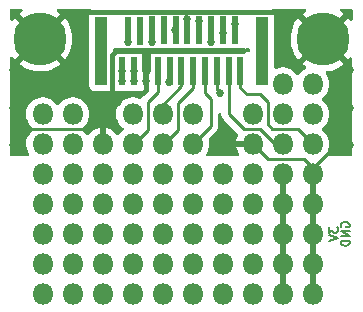
<source format=gbr>
%TF.GenerationSoftware,KiCad,Pcbnew,(6.0.0-0)*%
%TF.CreationDate,2023-03-06T18:33:43-05:00*%
%TF.ProjectId,module_dev2,6d6f6475-6c65-45f6-9465-76322e6b6963,rev?*%
%TF.SameCoordinates,Original*%
%TF.FileFunction,Copper,L2,Bot*%
%TF.FilePolarity,Positive*%
%FSLAX46Y46*%
G04 Gerber Fmt 4.6, Leading zero omitted, Abs format (unit mm)*
G04 Created by KiCad (PCBNEW (6.0.0-0)) date 2023-03-06 18:33:43*
%MOMM*%
%LPD*%
G01*
G04 APERTURE LIST*
%ADD10C,0.152400*%
%TA.AperFunction,NonConductor*%
%ADD11C,0.152400*%
%TD*%
%TA.AperFunction,ComponentPad*%
%ADD12C,4.500000*%
%TD*%
%TA.AperFunction,ComponentPad*%
%ADD13O,1.800000X1.800000*%
%TD*%
%TA.AperFunction,SMDPad,CuDef*%
%ADD14R,1.000000X5.850000*%
%TD*%
%TA.AperFunction,SMDPad,CuDef*%
%ADD15R,0.610000X2.410000*%
%TD*%
%TA.AperFunction,ViaPad*%
%ADD16C,0.685800*%
%TD*%
%TA.AperFunction,Conductor*%
%ADD17C,0.381000*%
%TD*%
%TA.AperFunction,Conductor*%
%ADD18C,0.508000*%
%TD*%
%TA.AperFunction,Conductor*%
%ADD19C,0.254000*%
%TD*%
%TA.AperFunction,Conductor*%
%ADD20C,0.762000*%
%TD*%
%TA.AperFunction,Conductor*%
%ADD21C,0.406400*%
%TD*%
%TA.AperFunction,Conductor*%
%ADD22C,0.127000*%
%TD*%
G04 APERTURE END LIST*
D10*
D11*
X120523000Y-79937428D02*
X120486714Y-79864857D01*
X120486714Y-79756000D01*
X120523000Y-79647142D01*
X120595571Y-79574571D01*
X120668142Y-79538285D01*
X120813285Y-79502000D01*
X120922142Y-79502000D01*
X121067285Y-79538285D01*
X121139857Y-79574571D01*
X121212428Y-79647142D01*
X121248714Y-79756000D01*
X121248714Y-79828571D01*
X121212428Y-79937428D01*
X121176142Y-79973714D01*
X120922142Y-79973714D01*
X120922142Y-79828571D01*
X121248714Y-80300285D02*
X120486714Y-80300285D01*
X121248714Y-80735714D01*
X120486714Y-80735714D01*
X121248714Y-81098571D02*
X120486714Y-81098571D01*
X120486714Y-81280000D01*
X120523000Y-81388857D01*
X120595571Y-81461428D01*
X120668142Y-81497714D01*
X120813285Y-81534000D01*
X120922142Y-81534000D01*
X121067285Y-81497714D01*
X121139857Y-81461428D01*
X121212428Y-81388857D01*
X121248714Y-81280000D01*
X121248714Y-81098571D01*
D10*
D11*
X119470714Y-79937428D02*
X119470714Y-80409142D01*
X119761000Y-80155142D01*
X119761000Y-80264000D01*
X119797285Y-80336571D01*
X119833571Y-80372857D01*
X119906142Y-80409142D01*
X120087571Y-80409142D01*
X120160142Y-80372857D01*
X120196428Y-80336571D01*
X120232714Y-80264000D01*
X120232714Y-80046285D01*
X120196428Y-79973714D01*
X120160142Y-79937428D01*
X119470714Y-80626857D02*
X120232714Y-80880857D01*
X119470714Y-81134857D01*
D12*
%TO.P,H1,1*%
%TO.N,GND*%
X95000000Y-64000000D03*
%TD*%
%TO.P,H2,1*%
%TO.N,GND*%
X119000000Y-64000000D03*
%TD*%
D13*
%TO.P,J24,1*%
%TO.N,/12V*%
X97790000Y-72898000D03*
%TD*%
%TO.P,J25,1*%
%TO.N,GND*%
X100330000Y-72898000D03*
%TD*%
%TO.P,J27,1*%
%TO.N,/A1*%
X95250000Y-70358000D03*
%TD*%
%TO.P,J28,1*%
%TO.N,/~{RST}*%
X102870000Y-70358000D03*
%TD*%
%TO.P,J29,1*%
%TO.N,/5V*%
X97790000Y-70358000D03*
%TD*%
%TO.P,J32,1*%
%TO.N,/EN*%
X102870000Y-72898000D03*
%TD*%
%TO.P,J13,1*%
%TO.N,/SDA*%
X115570000Y-72898000D03*
%TD*%
%TO.P,J14,1*%
%TO.N,/3V3*%
X113030000Y-70358000D03*
%TD*%
%TO.P,J15,1*%
%TO.N,GND*%
X113030000Y-72898000D03*
%TD*%
%TO.P,J16,1*%
%TO.N,/SCK*%
X105410000Y-70358000D03*
%TD*%
%TO.P,J18,1*%
%TO.N,/MISO*%
X105410000Y-72898000D03*
%TD*%
%TO.P,J19,1*%
%TO.N,/MOSI*%
X107950000Y-72898000D03*
%TD*%
%TO.P,J17,1*%
%TO.N,/CS*%
X107950000Y-70358000D03*
%TD*%
%TO.P,J22,1*%
%TO.N,/RX*%
X118110000Y-70358000D03*
%TD*%
%TO.P,J31,1*%
%TO.N,/Status*%
X118110000Y-67818000D03*
%TD*%
%TO.P,J26,1*%
%TO.N,/A0*%
X95250000Y-72898000D03*
%TD*%
%TO.P,J21,1*%
%TO.N,/TX*%
X115570000Y-70358000D03*
%TD*%
%TO.P,J30,1*%
%TO.N,/BAT*%
X115570000Y-67818000D03*
%TD*%
%TO.P,J12,1*%
%TO.N,/SCL*%
X118110000Y-72898000D03*
%TD*%
%TO.P,J2,1*%
%TO.N,N/C*%
X95250000Y-75438000D03*
%TO.P,J2,2*%
X97790000Y-75438000D03*
%TO.P,J2,3*%
X100330000Y-75438000D03*
%TO.P,J2,4*%
X102870000Y-75438000D03*
%TO.P,J2,5*%
X105410000Y-75438000D03*
%TO.P,J2,6*%
X107950000Y-75438000D03*
%TO.P,J2,7*%
X110490000Y-75438000D03*
%TO.P,J2,8*%
X113030000Y-75438000D03*
%TD*%
%TO.P,J3,1*%
%TO.N,N/C*%
X95250000Y-77978000D03*
%TO.P,J3,2*%
X97790000Y-77978000D03*
%TO.P,J3,3*%
X100330000Y-77978000D03*
%TO.P,J3,4*%
X102870000Y-77978000D03*
%TO.P,J3,5*%
X105410000Y-77978000D03*
%TO.P,J3,6*%
X107950000Y-77978000D03*
%TO.P,J3,7*%
X110490000Y-77978000D03*
%TO.P,J3,8*%
X113030000Y-77978000D03*
%TD*%
%TO.P,J4,1*%
%TO.N,N/C*%
X95250000Y-80518000D03*
%TO.P,J4,2*%
X97790000Y-80518000D03*
%TO.P,J4,3*%
X100330000Y-80518000D03*
%TO.P,J4,4*%
X102870000Y-80518000D03*
%TO.P,J4,5*%
X105410000Y-80518000D03*
%TO.P,J4,6*%
X107950000Y-80518000D03*
%TO.P,J4,7*%
X110490000Y-80518000D03*
%TO.P,J4,8*%
X113030000Y-80518000D03*
%TD*%
%TO.P,J5,1*%
%TO.N,N/C*%
X95250000Y-83058000D03*
%TO.P,J5,2*%
X97790000Y-83058000D03*
%TO.P,J5,3*%
X100330000Y-83058000D03*
%TO.P,J5,4*%
X102870000Y-83058000D03*
%TO.P,J5,5*%
X105410000Y-83058000D03*
%TO.P,J5,6*%
X107950000Y-83058000D03*
%TO.P,J5,7*%
X110490000Y-83058000D03*
%TO.P,J5,8*%
X113030000Y-83058000D03*
%TD*%
%TO.P,J6,1*%
%TO.N,N/C*%
X95250000Y-85598000D03*
%TO.P,J6,2*%
X97790000Y-85598000D03*
%TO.P,J6,3*%
X100330000Y-85598000D03*
%TO.P,J6,4*%
X102870000Y-85598000D03*
%TO.P,J6,5*%
X105410000Y-85598000D03*
%TO.P,J6,6*%
X107950000Y-85598000D03*
%TO.P,J6,7*%
X110490000Y-85598000D03*
%TO.P,J6,8*%
X113030000Y-85598000D03*
%TD*%
%TO.P,J7,1*%
%TO.N,/3V3*%
X115570000Y-75438000D03*
%TO.P,J7,2*%
X115570000Y-77978000D03*
%TO.P,J7,3*%
X115570000Y-80518000D03*
%TO.P,J7,4*%
X115570000Y-83058000D03*
%TO.P,J7,5*%
X115570000Y-85598000D03*
%TD*%
%TO.P,J8,1*%
%TO.N,GND*%
X118110000Y-75438000D03*
%TO.P,J8,2*%
X118110000Y-77978000D03*
%TO.P,J8,3*%
X118110000Y-80518000D03*
%TO.P,J8,4*%
X118110000Y-83058000D03*
%TO.P,J8,5*%
X118110000Y-85598000D03*
%TD*%
D14*
%TO.P,J1,*%
%TO.N,*%
X100173500Y-65000000D03*
X113826500Y-65000000D03*
D15*
%TO.P,J1,1*%
%TO.N,/12V*%
X101996500Y-66720000D03*
%TO.P,J1,2*%
X102996500Y-66720000D03*
%TO.P,J1,3*%
%TO.N,GND*%
X103996500Y-66720000D03*
%TO.P,J1,4*%
%TO.N,/EN*%
X104996500Y-66720000D03*
%TO.P,J1,5*%
%TO.N,/~{RST}*%
X105996500Y-66720000D03*
%TO.P,J1,6*%
%TO.N,/SCK*%
X106996500Y-66720000D03*
%TO.P,J1,7*%
%TO.N,/MISO*%
X107996500Y-66720000D03*
%TO.P,J1,8*%
%TO.N,/MOSI*%
X108996500Y-66720000D03*
%TO.P,J1,9*%
%TO.N,/CS*%
X109996500Y-66720000D03*
%TO.P,J1,10*%
%TO.N,/SDA*%
X110996500Y-66720000D03*
%TO.P,J1,11*%
%TO.N,/SCL*%
X111996500Y-66720000D03*
%TO.P,J1,12*%
%TO.N,/BAT*%
X111496500Y-63280000D03*
%TO.P,J1,13*%
%TO.N,/RX*%
X110496500Y-63280000D03*
%TO.P,J1,14*%
%TO.N,/TX*%
X109496500Y-63280000D03*
%TO.P,J1,15*%
%TO.N,/Status*%
X108496500Y-63280000D03*
%TO.P,J1,16*%
%TO.N,/A0*%
X107496500Y-63280000D03*
%TO.P,J1,17*%
%TO.N,/A1*%
X106496500Y-63280000D03*
%TO.P,J1,18*%
%TO.N,N/C*%
X105496500Y-63280000D03*
%TO.P,J1,19*%
%TO.N,/3V3*%
X104496500Y-63280000D03*
%TO.P,J1,20*%
%TO.N,N/C*%
X103496500Y-63320000D03*
%TO.P,J1,21*%
%TO.N,/5V*%
X102496500Y-63320000D03*
%TD*%
D16*
%TO.N,GND*%
X110744000Y-71628000D03*
X92710000Y-66675000D03*
X101600000Y-69342000D03*
X110744000Y-72644000D03*
X92710000Y-73025000D03*
X100965000Y-69977000D03*
X100965000Y-68834000D03*
X104013000Y-66675000D03*
X121285000Y-73025000D03*
X92710000Y-69850000D03*
X121285000Y-69850000D03*
X104013000Y-65786000D03*
X121285000Y-66675000D03*
X104013000Y-67564000D03*
%TO.N,/12V*%
X102996500Y-66720000D03*
X102997000Y-67564000D03*
X101981000Y-67564000D03*
X101999500Y-66720000D03*
%TO.N,/3V3*%
X104521000Y-64262000D03*
%TO.N,/~{RST}*%
X105918000Y-67691000D03*
%TO.N,/CS*%
X110236000Y-68580000D03*
%TO.N,/5V*%
X102489000Y-64262000D03*
%TO.N,/TX*%
X109474000Y-64262000D03*
%TO.N,/RX*%
X110490000Y-63500000D03*
%TO.N,/Status*%
X108458000Y-62484000D03*
%TO.N,/A0*%
X107442000Y-62357000D03*
%TO.N,/A1*%
X106426000Y-63246000D03*
%TO.N,/BAT*%
X111506000Y-62738000D03*
%TD*%
D17*
%TO.N,GND*%
X116696599Y-61696599D02*
X119000000Y-64000000D01*
D18*
X118110000Y-83058000D02*
X118110000Y-85598000D01*
D17*
X101092000Y-68707000D02*
X100965000Y-68834000D01*
X101473000Y-65024000D02*
X101092000Y-65405000D01*
D19*
X118110000Y-74930000D02*
X119634000Y-73406000D01*
X118110000Y-74930000D02*
X118110000Y-75438000D01*
X113030000Y-72898000D02*
X114300000Y-74168000D01*
D18*
X118110000Y-80518000D02*
X118110000Y-77978000D01*
D19*
X117348000Y-74168000D02*
X118110000Y-74930000D01*
X93472000Y-71628000D02*
X99187000Y-71628000D01*
D17*
X95000000Y-64000000D02*
X97303401Y-61696599D01*
D20*
X104013000Y-66675000D02*
X104013000Y-65151000D01*
D19*
X114300000Y-74168000D02*
X117348000Y-74168000D01*
D17*
X97303401Y-61696599D02*
X116696599Y-61696599D01*
X103996500Y-66720000D02*
X103996500Y-68342500D01*
D18*
X104013000Y-65151000D02*
X104140000Y-65024000D01*
D17*
X103996500Y-68342500D02*
X103759000Y-68580000D01*
D18*
X118110000Y-80518000D02*
X118110000Y-83058000D01*
X103886000Y-65024000D02*
X101473000Y-65024000D01*
X104140000Y-65024000D02*
X112268000Y-65024000D01*
X104013000Y-65151000D02*
X103886000Y-65024000D01*
D17*
X101092000Y-65405000D02*
X101092000Y-68707000D01*
D18*
X118110000Y-75438000D02*
X118110000Y-77978000D01*
D21*
%TO.N,/12V*%
X101999500Y-66720000D02*
X101996500Y-66720000D01*
X102996500Y-66720000D02*
X102996500Y-66720000D01*
D18*
%TO.N,/3V3*%
X115570000Y-85598000D02*
X115570000Y-83058000D01*
D17*
X104496500Y-64237500D02*
X104521000Y-64262000D01*
D18*
X115570000Y-83058000D02*
X115570000Y-80518000D01*
D22*
X104496500Y-63280000D02*
X104496500Y-63348500D01*
D18*
X115570000Y-77978000D02*
X115570000Y-75438000D01*
D17*
X104496500Y-63280000D02*
X104496500Y-64237500D01*
D18*
X115570000Y-80518000D02*
X115570000Y-77978000D01*
D22*
X104496500Y-63348500D02*
X104521000Y-63373000D01*
D19*
%TO.N,/~{RST}*%
X105996500Y-67612500D02*
X105918000Y-67691000D01*
X105996500Y-66720000D02*
X105996500Y-67612500D01*
%TO.N,/SCK*%
X106996500Y-68009500D02*
X105410000Y-69596000D01*
X106996500Y-66720000D02*
X106996500Y-68009500D01*
X105410000Y-69596000D02*
X105410000Y-70358000D01*
%TO.N,/MISO*%
X106680000Y-69469000D02*
X106680000Y-71755000D01*
X107996500Y-66720000D02*
X107996500Y-68152500D01*
X105537000Y-72898000D02*
X105410000Y-72898000D01*
X106680000Y-71755000D02*
X105537000Y-72898000D01*
X107996500Y-68152500D02*
X106680000Y-69469000D01*
%TO.N,/MOSI*%
X109474000Y-71374000D02*
X107950000Y-72898000D01*
X108996500Y-68610500D02*
X109474000Y-69088000D01*
X109474000Y-69088000D02*
X109474000Y-71374000D01*
X108996500Y-66720000D02*
X108996500Y-68610500D01*
%TO.N,/CS*%
X109996500Y-66720000D02*
X109996500Y-68340500D01*
X109996500Y-68340500D02*
X110236000Y-68580000D01*
%TO.N,/SDA*%
X110996500Y-70356500D02*
X110996500Y-66720000D01*
X112268000Y-71628000D02*
X110996500Y-70356500D01*
X114935000Y-72898000D02*
X115570000Y-72898000D01*
X113665000Y-71628000D02*
X112268000Y-71628000D01*
X113665000Y-71628000D02*
X114935000Y-72898000D01*
%TO.N,/SCL*%
X114300000Y-69342000D02*
X114300000Y-71247000D01*
X114681000Y-71628000D02*
X116840000Y-71628000D01*
X116840000Y-71628000D02*
X118110000Y-72898000D01*
X112524500Y-68707000D02*
X113665000Y-68707000D01*
X111996500Y-66720000D02*
X111996500Y-68179000D01*
X111996500Y-68179000D02*
X112524500Y-68707000D01*
X114300000Y-71247000D02*
X114681000Y-71628000D01*
X113665000Y-68707000D02*
X114300000Y-69342000D01*
D17*
%TO.N,/5V*%
X102496500Y-63320000D02*
X102496500Y-64254500D01*
X102496500Y-64254500D02*
X102489000Y-64262000D01*
D19*
%TO.N,/TX*%
X109496500Y-64239500D02*
X109474000Y-64262000D01*
X109496500Y-63280000D02*
X109496500Y-64239500D01*
%TO.N,/RX*%
X110496500Y-63280000D02*
X110496500Y-63493500D01*
X110496500Y-63493500D02*
X110490000Y-63500000D01*
%TO.N,/EN*%
X104996500Y-68485500D02*
X104140000Y-69342000D01*
X104140000Y-71755000D02*
X102997000Y-72898000D01*
X102997000Y-72898000D02*
X102870000Y-72898000D01*
X104140000Y-69342000D02*
X104140000Y-71755000D01*
X104996500Y-66720000D02*
X104996500Y-68485500D01*
%TO.N,/Status*%
X108496500Y-62522500D02*
X108458000Y-62484000D01*
X108496500Y-63280000D02*
X108496500Y-62522500D01*
%TO.N,/A0*%
X107496500Y-63280000D02*
X107496500Y-62411500D01*
X107496500Y-62411500D02*
X107442000Y-62357000D01*
%TO.N,/A1*%
X106496500Y-63280000D02*
X106460000Y-63280000D01*
X106460000Y-63280000D02*
X106426000Y-63246000D01*
%TO.N,/BAT*%
X111496500Y-62747500D02*
X111506000Y-62738000D01*
X111496500Y-63280000D02*
X111496500Y-62747500D01*
%TD*%
%TA.AperFunction,Conductor*%
%TO.N,GND*%
G36*
X110318012Y-70309205D02*
G01*
X110356396Y-70368931D01*
X110361000Y-70395089D01*
X110361000Y-70396483D01*
X110361496Y-70400407D01*
X110361496Y-70400410D01*
X110361508Y-70400504D01*
X110362441Y-70412349D01*
X110363835Y-70456705D01*
X110366047Y-70464317D01*
X110369513Y-70476248D01*
X110373523Y-70495612D01*
X110376073Y-70515799D01*
X110378989Y-70523163D01*
X110378990Y-70523168D01*
X110392407Y-70557056D01*
X110396252Y-70568285D01*
X110408631Y-70610893D01*
X110412669Y-70617720D01*
X110412670Y-70617723D01*
X110418988Y-70628406D01*
X110427688Y-70646164D01*
X110432261Y-70657715D01*
X110432265Y-70657721D01*
X110435181Y-70665088D01*
X110439839Y-70671499D01*
X110439840Y-70671501D01*
X110461264Y-70700988D01*
X110467781Y-70710910D01*
X110486326Y-70742268D01*
X110486329Y-70742272D01*
X110490366Y-70749098D01*
X110504750Y-70763482D01*
X110517591Y-70778516D01*
X110529558Y-70794987D01*
X110535666Y-70800040D01*
X110563755Y-70823277D01*
X110572535Y-70831267D01*
X111762750Y-72021483D01*
X111770326Y-72029809D01*
X111774447Y-72036303D01*
X111780222Y-72041726D01*
X111780226Y-72041731D01*
X111780866Y-72042332D01*
X111781216Y-72042927D01*
X111785279Y-72047839D01*
X111784486Y-72048495D01*
X111816827Y-72103547D01*
X111813985Y-72174486D01*
X111804162Y-72196415D01*
X111799378Y-72204836D01*
X111706252Y-72405459D01*
X111702689Y-72415146D01*
X111643581Y-72628279D01*
X111643484Y-72628788D01*
X111645625Y-72640609D01*
X111658001Y-72644000D01*
X113158000Y-72644000D01*
X113226121Y-72664002D01*
X113272614Y-72717658D01*
X113284000Y-72770000D01*
X113284000Y-73026000D01*
X113263998Y-73094121D01*
X113210342Y-73140614D01*
X113158000Y-73152000D01*
X111661968Y-73152000D01*
X111648437Y-73155973D01*
X111647000Y-73165966D01*
X111680685Y-73315439D01*
X111683773Y-73325292D01*
X111766989Y-73530226D01*
X111771629Y-73539413D01*
X111883619Y-73722165D01*
X111902157Y-73790699D01*
X111880700Y-73858376D01*
X111826061Y-73903709D01*
X111776186Y-73914000D01*
X109200146Y-73914000D01*
X109132025Y-73893998D01*
X109085532Y-73840342D01*
X109075428Y-73770068D01*
X109097824Y-73714474D01*
X109158435Y-73630125D01*
X109158439Y-73630119D01*
X109161458Y-73625917D01*
X109208641Y-73530450D01*
X109261784Y-73422922D01*
X109261785Y-73422920D01*
X109264078Y-73418280D01*
X109331408Y-73196671D01*
X109361640Y-72967041D01*
X109363327Y-72898000D01*
X109357032Y-72821434D01*
X109344773Y-72672318D01*
X109344772Y-72672312D01*
X109344349Y-72667167D01*
X109308594Y-72524819D01*
X109311398Y-72453878D01*
X109341703Y-72405029D01*
X109867477Y-71879255D01*
X109875803Y-71871678D01*
X109882303Y-71867553D01*
X109887968Y-71861521D01*
X109929100Y-71817719D01*
X109931855Y-71814877D01*
X109951638Y-71795094D01*
X109954129Y-71791883D01*
X109961838Y-71782856D01*
X109986789Y-71756286D01*
X109992217Y-71750506D01*
X110002022Y-71732671D01*
X110012876Y-71716147D01*
X110020491Y-71706330D01*
X110020492Y-71706329D01*
X110025349Y-71700067D01*
X110042969Y-71659350D01*
X110048192Y-71648689D01*
X110065749Y-71616753D01*
X110065751Y-71616748D01*
X110069569Y-71609803D01*
X110071539Y-71602129D01*
X110071542Y-71602122D01*
X110074632Y-71590087D01*
X110081036Y-71571382D01*
X110085967Y-71559987D01*
X110089117Y-71552708D01*
X110096060Y-71508873D01*
X110098467Y-71497251D01*
X110109500Y-71454282D01*
X110109500Y-71433935D01*
X110111051Y-71414224D01*
X110112995Y-71401950D01*
X110114235Y-71394121D01*
X110110059Y-71349944D01*
X110109500Y-71338086D01*
X110109500Y-70404429D01*
X110129502Y-70336308D01*
X110183158Y-70289815D01*
X110253432Y-70279711D01*
X110318012Y-70309205D01*
G37*
%TD.AperFunction*%
%TA.AperFunction,Conductor*%
G36*
X117508556Y-61466002D02*
G01*
X117555049Y-61519658D01*
X117565153Y-61589932D01*
X117535659Y-61654512D01*
X117504858Y-61680285D01*
X117450196Y-61712805D01*
X117443945Y-61717053D01*
X117250733Y-61866115D01*
X117242267Y-61877773D01*
X117248871Y-61889661D01*
X118987188Y-63627978D01*
X119001132Y-63635592D01*
X119002965Y-63635461D01*
X119009580Y-63631210D01*
X120750162Y-61890628D01*
X120757174Y-61877787D01*
X120749379Y-61867098D01*
X120579886Y-61733481D01*
X120573663Y-61729156D01*
X120492326Y-61679605D01*
X120444557Y-61627082D01*
X120432767Y-61557071D01*
X120460699Y-61491800D01*
X120519485Y-61451992D01*
X120557879Y-61446000D01*
X121361000Y-61446000D01*
X121429121Y-61466002D01*
X121475614Y-61519658D01*
X121487000Y-61572000D01*
X121487000Y-62337698D01*
X121466998Y-62405819D01*
X121413342Y-62452312D01*
X121343068Y-62462416D01*
X121278488Y-62432922D01*
X121261643Y-62415184D01*
X121133617Y-62251022D01*
X121121823Y-62242551D01*
X121110113Y-62249097D01*
X119372022Y-63987188D01*
X119364408Y-64001132D01*
X119364539Y-64002965D01*
X119368790Y-64009580D01*
X121108825Y-65749615D01*
X121121948Y-65756781D01*
X121132250Y-65749391D01*
X121241420Y-65615296D01*
X121245921Y-65609032D01*
X121301916Y-65565384D01*
X121372619Y-65558937D01*
X121435584Y-65591739D01*
X121470819Y-65653375D01*
X121474243Y-65683173D01*
X121434613Y-73788616D01*
X121414279Y-73856638D01*
X121360396Y-73902868D01*
X121308615Y-73914000D01*
X119360146Y-73914000D01*
X119292025Y-73893998D01*
X119245532Y-73840342D01*
X119235428Y-73770068D01*
X119257824Y-73714474D01*
X119318435Y-73630125D01*
X119318439Y-73630119D01*
X119321458Y-73625917D01*
X119368641Y-73530450D01*
X119421784Y-73422922D01*
X119421785Y-73422920D01*
X119424078Y-73418280D01*
X119491408Y-73196671D01*
X119521640Y-72967041D01*
X119523327Y-72898000D01*
X119517032Y-72821434D01*
X119504773Y-72672318D01*
X119504772Y-72672312D01*
X119504349Y-72667167D01*
X119447925Y-72442533D01*
X119436017Y-72415146D01*
X119357630Y-72234868D01*
X119357628Y-72234865D01*
X119355570Y-72230131D01*
X119229764Y-72035665D01*
X119224850Y-72030264D01*
X119081731Y-71872979D01*
X119073887Y-71864358D01*
X119069836Y-71861159D01*
X119069832Y-71861155D01*
X118897077Y-71724722D01*
X118856014Y-71666805D01*
X118852782Y-71595882D01*
X118888407Y-71534470D01*
X118902001Y-71523261D01*
X119022243Y-71437494D01*
X119186303Y-71274005D01*
X119321458Y-71085917D01*
X119368641Y-70990450D01*
X119421784Y-70882922D01*
X119421785Y-70882920D01*
X119424078Y-70878280D01*
X119491408Y-70656671D01*
X119521640Y-70427041D01*
X119522193Y-70404429D01*
X119523245Y-70361365D01*
X119523245Y-70361361D01*
X119523327Y-70358000D01*
X119516890Y-70279711D01*
X119504773Y-70132318D01*
X119504772Y-70132312D01*
X119504349Y-70127167D01*
X119447925Y-69902533D01*
X119445866Y-69897797D01*
X119357630Y-69694868D01*
X119357628Y-69694865D01*
X119355570Y-69690131D01*
X119229764Y-69495665D01*
X119073887Y-69324358D01*
X119069836Y-69321159D01*
X119069832Y-69321155D01*
X118897077Y-69184722D01*
X118856014Y-69126805D01*
X118852782Y-69055882D01*
X118888407Y-68994470D01*
X118902001Y-68983261D01*
X118905872Y-68980500D01*
X119022243Y-68897494D01*
X119186303Y-68734005D01*
X119321458Y-68545917D01*
X119396047Y-68394998D01*
X119421784Y-68342922D01*
X119421785Y-68342920D01*
X119424078Y-68338280D01*
X119491408Y-68116671D01*
X119521640Y-67887041D01*
X119523327Y-67818000D01*
X119517032Y-67741434D01*
X119504773Y-67592318D01*
X119504772Y-67592312D01*
X119504349Y-67587167D01*
X119447925Y-67362533D01*
X119445866Y-67357797D01*
X119357630Y-67154868D01*
X119357628Y-67154865D01*
X119355570Y-67150131D01*
X119229764Y-66955665D01*
X119226282Y-66951838D01*
X119223129Y-66947744D01*
X119224899Y-66946381D01*
X119197983Y-66890964D01*
X119206414Y-66820470D01*
X119251620Y-66765725D01*
X119301551Y-66745785D01*
X119613115Y-66693926D01*
X119620479Y-66692240D01*
X119932315Y-66600757D01*
X119939424Y-66598198D01*
X120238003Y-66469919D01*
X120244770Y-66466515D01*
X120525764Y-66303301D01*
X120532071Y-66299111D01*
X120750005Y-66134588D01*
X120758461Y-66123197D01*
X120751743Y-66110953D01*
X119012812Y-64372022D01*
X118998868Y-64364408D01*
X118997035Y-64364539D01*
X118990420Y-64368790D01*
X117250257Y-66108953D01*
X117243142Y-66121982D01*
X117250668Y-66132415D01*
X117396463Y-66249848D01*
X117402640Y-66254239D01*
X117516024Y-66324951D01*
X117563240Y-66377971D01*
X117574296Y-66448101D01*
X117545682Y-66513076D01*
X117507527Y-66543626D01*
X117402695Y-66598198D01*
X117356872Y-66622052D01*
X117352739Y-66625155D01*
X117352736Y-66625157D01*
X117175790Y-66758012D01*
X117171655Y-66761117D01*
X117011639Y-66928564D01*
X116944306Y-67027271D01*
X116889397Y-67072271D01*
X116818872Y-67080442D01*
X116755125Y-67049188D01*
X116734428Y-67024705D01*
X116692571Y-66960004D01*
X116689764Y-66955665D01*
X116682557Y-66947744D01*
X116566746Y-66820470D01*
X116533887Y-66784358D01*
X116529836Y-66781159D01*
X116529832Y-66781155D01*
X116356177Y-66644011D01*
X116356172Y-66644008D01*
X116352123Y-66640810D01*
X116347607Y-66638317D01*
X116347604Y-66638315D01*
X116153879Y-66531373D01*
X116153875Y-66531371D01*
X116149355Y-66528876D01*
X116144486Y-66527152D01*
X116144482Y-66527150D01*
X115935903Y-66453288D01*
X115935899Y-66453287D01*
X115931028Y-66451562D01*
X115925935Y-66450655D01*
X115925932Y-66450654D01*
X115708095Y-66411851D01*
X115708089Y-66411850D01*
X115703006Y-66410945D01*
X115630096Y-66410054D01*
X115476581Y-66408179D01*
X115476579Y-66408179D01*
X115471411Y-66408116D01*
X115242464Y-66443150D01*
X115022314Y-66515106D01*
X115017721Y-66517497D01*
X115012963Y-66519497D01*
X115012368Y-66518082D01*
X114949506Y-66530449D01*
X114883494Y-66504316D01*
X114842090Y-66446643D01*
X114835000Y-66404974D01*
X114835000Y-63974858D01*
X116237299Y-63974858D01*
X116253456Y-64299410D01*
X116254287Y-64306939D01*
X116309318Y-64627198D01*
X116311051Y-64634585D01*
X116404156Y-64945909D01*
X116406759Y-64953022D01*
X116536595Y-65250913D01*
X116540037Y-65257669D01*
X116704720Y-65537803D01*
X116708943Y-65544088D01*
X116865792Y-65749608D01*
X116877316Y-65758069D01*
X116889382Y-65751408D01*
X118627978Y-64012812D01*
X118635592Y-63998868D01*
X118635461Y-63997035D01*
X118631210Y-63990420D01*
X116890864Y-62250074D01*
X116877929Y-62243011D01*
X116867367Y-62250671D01*
X116741785Y-62408268D01*
X116737428Y-62414467D01*
X116566913Y-62691094D01*
X116563333Y-62697770D01*
X116427287Y-62992878D01*
X116424537Y-62999929D01*
X116324927Y-63309251D01*
X116323044Y-63316584D01*
X116261316Y-63635632D01*
X116260329Y-63643132D01*
X116237378Y-63967277D01*
X116237299Y-63974858D01*
X114835000Y-63974858D01*
X114835000Y-62026866D01*
X114828245Y-61964684D01*
X114777115Y-61828295D01*
X114689761Y-61711739D01*
X114637838Y-61672825D01*
X114595325Y-61615966D01*
X114590300Y-61545148D01*
X114624359Y-61482855D01*
X114686691Y-61448865D01*
X114713405Y-61446000D01*
X117440435Y-61446000D01*
X117508556Y-61466002D01*
G37*
%TD.AperFunction*%
%TA.AperFunction,Conductor*%
G36*
X93508556Y-61466002D02*
G01*
X93555049Y-61519658D01*
X93565153Y-61589932D01*
X93535659Y-61654512D01*
X93504858Y-61680285D01*
X93450196Y-61712805D01*
X93443945Y-61717053D01*
X93250733Y-61866115D01*
X93242267Y-61877773D01*
X93248871Y-61889661D01*
X94987188Y-63627978D01*
X95001132Y-63635592D01*
X95002965Y-63635461D01*
X95009580Y-63631210D01*
X96750162Y-61890628D01*
X96757174Y-61877787D01*
X96749379Y-61867098D01*
X96579886Y-61733481D01*
X96573663Y-61729156D01*
X96492326Y-61679605D01*
X96444557Y-61627082D01*
X96432767Y-61557071D01*
X96460699Y-61491800D01*
X96519485Y-61451992D01*
X96557879Y-61446000D01*
X99286595Y-61446000D01*
X99354716Y-61466002D01*
X99401209Y-61519658D01*
X99411313Y-61589932D01*
X99381819Y-61654512D01*
X99362163Y-61672824D01*
X99310239Y-61711739D01*
X99222885Y-61828295D01*
X99171755Y-61964684D01*
X99165000Y-62026866D01*
X99165000Y-67973134D01*
X99171755Y-68035316D01*
X99222885Y-68171705D01*
X99310239Y-68288261D01*
X99426795Y-68375615D01*
X99563184Y-68426745D01*
X99625366Y-68433500D01*
X100721634Y-68433500D01*
X100783816Y-68426745D01*
X100920205Y-68375615D01*
X101036761Y-68288261D01*
X101081674Y-68228334D01*
X101138533Y-68185819D01*
X101209352Y-68180793D01*
X101271645Y-68214853D01*
X101283326Y-68228334D01*
X101328239Y-68288261D01*
X101444795Y-68375615D01*
X101581184Y-68426745D01*
X101643366Y-68433500D01*
X102349634Y-68433500D01*
X102411816Y-68426745D01*
X102452271Y-68411579D01*
X102523076Y-68406396D01*
X102540723Y-68411577D01*
X102581184Y-68426745D01*
X102643366Y-68433500D01*
X103349634Y-68433500D01*
X103411816Y-68426745D01*
X103419217Y-68423970D01*
X103419219Y-68423970D01*
X103452981Y-68411313D01*
X103523788Y-68406129D01*
X103541443Y-68411313D01*
X103573890Y-68423477D01*
X103589149Y-68427105D01*
X103640014Y-68432631D01*
X103646828Y-68433000D01*
X103846077Y-68433000D01*
X103914198Y-68453002D01*
X103960691Y-68506658D01*
X103970795Y-68576932D01*
X103941301Y-68641512D01*
X103935172Y-68648095D01*
X103746517Y-68836750D01*
X103738191Y-68844326D01*
X103731697Y-68848447D01*
X103726274Y-68854222D01*
X103684915Y-68898265D01*
X103682160Y-68901107D01*
X103662361Y-68920906D01*
X103659937Y-68924031D01*
X103659929Y-68924040D01*
X103659863Y-68924126D01*
X103652155Y-68933151D01*
X103621783Y-68965494D01*
X103617965Y-68972438D01*
X103617964Y-68972440D01*
X103611978Y-68983329D01*
X103601127Y-68999847D01*
X103588650Y-69015933D01*
X103588649Y-69015935D01*
X103588140Y-69015540D01*
X103540486Y-69060039D01*
X103470636Y-69072747D01*
X103441861Y-69066222D01*
X103235903Y-68993288D01*
X103235899Y-68993287D01*
X103231028Y-68991562D01*
X103225935Y-68990655D01*
X103225932Y-68990654D01*
X103008095Y-68951851D01*
X103008089Y-68951850D01*
X103003006Y-68950945D01*
X102930096Y-68950054D01*
X102776581Y-68948179D01*
X102776579Y-68948179D01*
X102771411Y-68948116D01*
X102542464Y-68983150D01*
X102322314Y-69055106D01*
X102317726Y-69057494D01*
X102317722Y-69057496D01*
X102196245Y-69120733D01*
X102116872Y-69162052D01*
X102112739Y-69165155D01*
X102112736Y-69165157D01*
X101961947Y-69278373D01*
X101931655Y-69301117D01*
X101928083Y-69304855D01*
X101814673Y-69423532D01*
X101771639Y-69468564D01*
X101768730Y-69472829D01*
X101768724Y-69472837D01*
X101750192Y-69500004D01*
X101641119Y-69659899D01*
X101543602Y-69869981D01*
X101481707Y-70093169D01*
X101457095Y-70323469D01*
X101457392Y-70328622D01*
X101457392Y-70328625D01*
X101463067Y-70427041D01*
X101470427Y-70554697D01*
X101471564Y-70559743D01*
X101471565Y-70559749D01*
X101495305Y-70665088D01*
X101521346Y-70780642D01*
X101523288Y-70785424D01*
X101523289Y-70785428D01*
X101598467Y-70970568D01*
X101608484Y-70995237D01*
X101729501Y-71192719D01*
X101881147Y-71367784D01*
X102059349Y-71515730D01*
X102063819Y-71518342D01*
X102067511Y-71520500D01*
X102116232Y-71572140D01*
X102129301Y-71641924D01*
X102102566Y-71707694D01*
X102079589Y-71730045D01*
X101997129Y-71791958D01*
X101931655Y-71841117D01*
X101771639Y-72008564D01*
X101768730Y-72012829D01*
X101768724Y-72012837D01*
X101704002Y-72107716D01*
X101649091Y-72152719D01*
X101578566Y-72160890D01*
X101514819Y-72129636D01*
X101494122Y-72105152D01*
X101452177Y-72040315D01*
X101445885Y-72032144D01*
X101297023Y-71868547D01*
X101289490Y-71861521D01*
X101115901Y-71724429D01*
X101107323Y-71718730D01*
X100913678Y-71611833D01*
X100904272Y-71607606D01*
X100695772Y-71533772D01*
X100685809Y-71531140D01*
X100601836Y-71516182D01*
X100588541Y-71517641D01*
X100584000Y-71532199D01*
X100584000Y-73026000D01*
X100563998Y-73094121D01*
X100510342Y-73140614D01*
X100458000Y-73152000D01*
X100202000Y-73152000D01*
X100133879Y-73131998D01*
X100087386Y-73078342D01*
X100076000Y-73026000D01*
X100076000Y-71530517D01*
X100072082Y-71517173D01*
X100057806Y-71515186D01*
X100007694Y-71522855D01*
X99997666Y-71525244D01*
X99787426Y-71593961D01*
X99777916Y-71597958D01*
X99581728Y-71700087D01*
X99573003Y-71705581D01*
X99396123Y-71838386D01*
X99388416Y-71845229D01*
X99235600Y-72005143D01*
X99229113Y-72013153D01*
X99164602Y-72107723D01*
X99109691Y-72152726D01*
X99039166Y-72160897D01*
X98975419Y-72129643D01*
X98954722Y-72105159D01*
X98912575Y-72040009D01*
X98912570Y-72040003D01*
X98909764Y-72035665D01*
X98904850Y-72030264D01*
X98761731Y-71872979D01*
X98753887Y-71864358D01*
X98749836Y-71861159D01*
X98749832Y-71861155D01*
X98577077Y-71724722D01*
X98536014Y-71666805D01*
X98532782Y-71595882D01*
X98568407Y-71534470D01*
X98582001Y-71523261D01*
X98702243Y-71437494D01*
X98866303Y-71274005D01*
X99001458Y-71085917D01*
X99048641Y-70990450D01*
X99101784Y-70882922D01*
X99101785Y-70882920D01*
X99104078Y-70878280D01*
X99171408Y-70656671D01*
X99201640Y-70427041D01*
X99202193Y-70404429D01*
X99203245Y-70361365D01*
X99203245Y-70361361D01*
X99203327Y-70358000D01*
X99196890Y-70279711D01*
X99184773Y-70132318D01*
X99184772Y-70132312D01*
X99184349Y-70127167D01*
X99127925Y-69902533D01*
X99125866Y-69897797D01*
X99037630Y-69694868D01*
X99037628Y-69694865D01*
X99035570Y-69690131D01*
X98909764Y-69495665D01*
X98753887Y-69324358D01*
X98749836Y-69321159D01*
X98749832Y-69321155D01*
X98576177Y-69184011D01*
X98576172Y-69184008D01*
X98572123Y-69180810D01*
X98567607Y-69178317D01*
X98567604Y-69178315D01*
X98373879Y-69071373D01*
X98373875Y-69071371D01*
X98369355Y-69068876D01*
X98364486Y-69067152D01*
X98364482Y-69067150D01*
X98155903Y-68993288D01*
X98155899Y-68993287D01*
X98151028Y-68991562D01*
X98145935Y-68990655D01*
X98145932Y-68990654D01*
X97928095Y-68951851D01*
X97928089Y-68951850D01*
X97923006Y-68950945D01*
X97850096Y-68950054D01*
X97696581Y-68948179D01*
X97696579Y-68948179D01*
X97691411Y-68948116D01*
X97462464Y-68983150D01*
X97242314Y-69055106D01*
X97237726Y-69057494D01*
X97237722Y-69057496D01*
X97116245Y-69120733D01*
X97036872Y-69162052D01*
X97032739Y-69165155D01*
X97032736Y-69165157D01*
X96881947Y-69278373D01*
X96851655Y-69301117D01*
X96848083Y-69304855D01*
X96734673Y-69423532D01*
X96691639Y-69468564D01*
X96624306Y-69567271D01*
X96569397Y-69612271D01*
X96498872Y-69620442D01*
X96435125Y-69589188D01*
X96414428Y-69564705D01*
X96372571Y-69500004D01*
X96369764Y-69495665D01*
X96213887Y-69324358D01*
X96209836Y-69321159D01*
X96209832Y-69321155D01*
X96036177Y-69184011D01*
X96036172Y-69184008D01*
X96032123Y-69180810D01*
X96027607Y-69178317D01*
X96027604Y-69178315D01*
X95833879Y-69071373D01*
X95833875Y-69071371D01*
X95829355Y-69068876D01*
X95824486Y-69067152D01*
X95824482Y-69067150D01*
X95615903Y-68993288D01*
X95615899Y-68993287D01*
X95611028Y-68991562D01*
X95605935Y-68990655D01*
X95605932Y-68990654D01*
X95388095Y-68951851D01*
X95388089Y-68951850D01*
X95383006Y-68950945D01*
X95310096Y-68950054D01*
X95156581Y-68948179D01*
X95156579Y-68948179D01*
X95151411Y-68948116D01*
X94922464Y-68983150D01*
X94702314Y-69055106D01*
X94697726Y-69057494D01*
X94697722Y-69057496D01*
X94576245Y-69120733D01*
X94496872Y-69162052D01*
X94492739Y-69165155D01*
X94492736Y-69165157D01*
X94341947Y-69278373D01*
X94311655Y-69301117D01*
X94308083Y-69304855D01*
X94194673Y-69423532D01*
X94151639Y-69468564D01*
X94148730Y-69472829D01*
X94148724Y-69472837D01*
X94130192Y-69500004D01*
X94021119Y-69659899D01*
X93923602Y-69869981D01*
X93861707Y-70093169D01*
X93837095Y-70323469D01*
X93837392Y-70328622D01*
X93837392Y-70328625D01*
X93843067Y-70427041D01*
X93850427Y-70554697D01*
X93851564Y-70559743D01*
X93851565Y-70559749D01*
X93875305Y-70665088D01*
X93901346Y-70780642D01*
X93903288Y-70785424D01*
X93903289Y-70785428D01*
X93978467Y-70970568D01*
X93988484Y-70995237D01*
X94109501Y-71192719D01*
X94261147Y-71367784D01*
X94439349Y-71515730D01*
X94443819Y-71518342D01*
X94447511Y-71520500D01*
X94496232Y-71572140D01*
X94509301Y-71641924D01*
X94482566Y-71707694D01*
X94459589Y-71730045D01*
X94377129Y-71791958D01*
X94311655Y-71841117D01*
X94151639Y-72008564D01*
X94148730Y-72012829D01*
X94148724Y-72012837D01*
X94135554Y-72032144D01*
X94021119Y-72199899D01*
X93923602Y-72409981D01*
X93861707Y-72633169D01*
X93837095Y-72863469D01*
X93837392Y-72868622D01*
X93837392Y-72868625D01*
X93843067Y-72967041D01*
X93850427Y-73094697D01*
X93851564Y-73099743D01*
X93851565Y-73099749D01*
X93883741Y-73242523D01*
X93901346Y-73320642D01*
X93903288Y-73325424D01*
X93903289Y-73325428D01*
X93978467Y-73510568D01*
X93988484Y-73535237D01*
X94098321Y-73714474D01*
X94103034Y-73722165D01*
X94121572Y-73790699D01*
X94100116Y-73858375D01*
X94045477Y-73903708D01*
X93995601Y-73914000D01*
X92629000Y-73914000D01*
X92560879Y-73893998D01*
X92514386Y-73840342D01*
X92503000Y-73788000D01*
X92503000Y-66121982D01*
X93243142Y-66121982D01*
X93250668Y-66132415D01*
X93396463Y-66249848D01*
X93402648Y-66254244D01*
X93678363Y-66426195D01*
X93685034Y-66429817D01*
X93979414Y-66567402D01*
X93986468Y-66570195D01*
X94295257Y-66671420D01*
X94302570Y-66673339D01*
X94621298Y-66736738D01*
X94628789Y-66737764D01*
X94952823Y-66762413D01*
X94960386Y-66762531D01*
X95285021Y-66748074D01*
X95292562Y-66747282D01*
X95613115Y-66693926D01*
X95620479Y-66692240D01*
X95932315Y-66600757D01*
X95939424Y-66598198D01*
X96238003Y-66469919D01*
X96244770Y-66466515D01*
X96525764Y-66303301D01*
X96532071Y-66299111D01*
X96750005Y-66134588D01*
X96758461Y-66123197D01*
X96751743Y-66110953D01*
X95012812Y-64372022D01*
X94998868Y-64364408D01*
X94997035Y-64364539D01*
X94990420Y-64368790D01*
X93250257Y-66108953D01*
X93243142Y-66121982D01*
X92503000Y-66121982D01*
X92503000Y-65647024D01*
X92523002Y-65578903D01*
X92576658Y-65532410D01*
X92646932Y-65522306D01*
X92711512Y-65551800D01*
X92729163Y-65570582D01*
X92865792Y-65749608D01*
X92877316Y-65758069D01*
X92889382Y-65751408D01*
X94627978Y-64012812D01*
X94634356Y-64001132D01*
X95364408Y-64001132D01*
X95364539Y-64002965D01*
X95368790Y-64009580D01*
X97108825Y-65749615D01*
X97121948Y-65756781D01*
X97132250Y-65749391D01*
X97241429Y-65615285D01*
X97245842Y-65609144D01*
X97419248Y-65334312D01*
X97422895Y-65327677D01*
X97562025Y-65034011D01*
X97564850Y-65026984D01*
X97667696Y-64718715D01*
X97669650Y-64711424D01*
X97734716Y-64393033D01*
X97735784Y-64385529D01*
X97762253Y-64060100D01*
X97762458Y-64055625D01*
X97763018Y-64002221D01*
X97762908Y-63997789D01*
X97743257Y-63671835D01*
X97742349Y-63664333D01*
X97683967Y-63344663D01*
X97682154Y-63337284D01*
X97585797Y-63026966D01*
X97583116Y-63019869D01*
X97450172Y-62723363D01*
X97446655Y-62716636D01*
X97279054Y-62438252D01*
X97274757Y-62431999D01*
X97133617Y-62251022D01*
X97121823Y-62242551D01*
X97110113Y-62249097D01*
X95372022Y-63987188D01*
X95364408Y-64001132D01*
X94634356Y-64001132D01*
X94635592Y-63998868D01*
X94635461Y-63997035D01*
X94631210Y-63990420D01*
X92890864Y-62250074D01*
X92877929Y-62243011D01*
X92867367Y-62250671D01*
X92741785Y-62408268D01*
X92737427Y-62414469D01*
X92736261Y-62416360D01*
X92735816Y-62416760D01*
X92735245Y-62417573D01*
X92735059Y-62417442D01*
X92683489Y-62463855D01*
X92613418Y-62475279D01*
X92548294Y-62447006D01*
X92508793Y-62388012D01*
X92503000Y-62350246D01*
X92503000Y-61572000D01*
X92523002Y-61503879D01*
X92576658Y-61457386D01*
X92629000Y-61446000D01*
X93440435Y-61446000D01*
X93508556Y-61466002D01*
G37*
%TD.AperFunction*%
%TA.AperFunction,Conductor*%
G36*
X112748667Y-64789945D02*
G01*
X112800514Y-64838447D01*
X112818000Y-64902483D01*
X112818000Y-65014695D01*
X112797998Y-65082816D01*
X112744342Y-65129309D01*
X112674068Y-65139413D01*
X112616436Y-65115521D01*
X112548205Y-65064385D01*
X112467183Y-65034011D01*
X112463104Y-65032482D01*
X112406340Y-64989840D01*
X112381640Y-64923279D01*
X112396847Y-64853930D01*
X112447133Y-64803812D01*
X112507334Y-64788500D01*
X112571063Y-64788500D01*
X112678830Y-64777173D01*
X112748667Y-64789945D01*
G37*
%TD.AperFunction*%
%TA.AperFunction,Conductor*%
G36*
X101428937Y-64788500D02*
G01*
X101485666Y-64788500D01*
X101553787Y-64808502D01*
X101600280Y-64862158D01*
X101610384Y-64932432D01*
X101580890Y-64997012D01*
X101529896Y-65032482D01*
X101525817Y-65034011D01*
X101444795Y-65064385D01*
X101437610Y-65069770D01*
X101437608Y-65069771D01*
X101383565Y-65110274D01*
X101317058Y-65135122D01*
X101247676Y-65120069D01*
X101197446Y-65069894D01*
X101182000Y-65009448D01*
X101182000Y-64902483D01*
X101202002Y-64834362D01*
X101255658Y-64787869D01*
X101321170Y-64777173D01*
X101428937Y-64788500D01*
G37*
%TD.AperFunction*%
%TD*%
M02*

</source>
